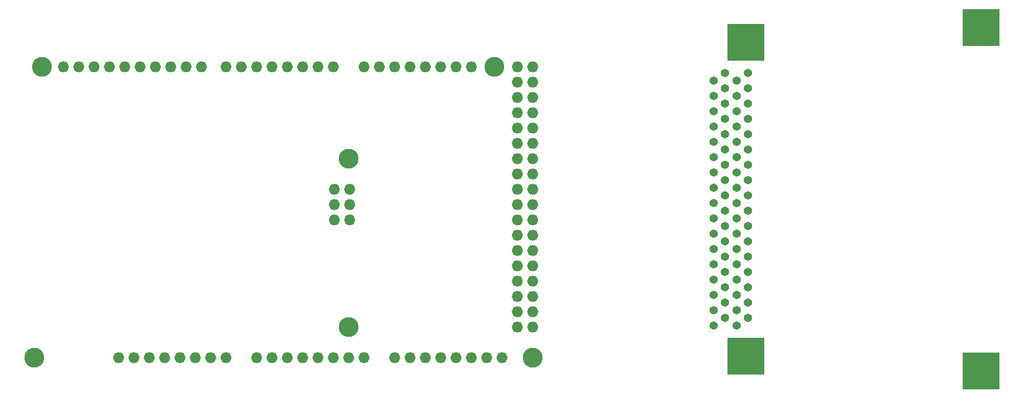
<source format=gbr>
G04 #@! TF.GenerationSoftware,KiCad,Pcbnew,5.1.6*
G04 #@! TF.CreationDate,2021-01-19T19:15:35+01:00*
G04 #@! TF.ProjectId,arduino-wirewrap,61726475-696e-46f2-9d77-697265777261,rev?*
G04 #@! TF.SameCoordinates,Original*
G04 #@! TF.FileFunction,Soldermask,Bot*
G04 #@! TF.FilePolarity,Negative*
%FSLAX46Y46*%
G04 Gerber Fmt 4.6, Leading zero omitted, Abs format (unit mm)*
G04 Created by KiCad (PCBNEW 5.1.6) date 2021-01-19 19:15:35*
%MOMM*%
%LPD*%
G01*
G04 APERTURE LIST*
%ADD10R,6.100000X6.100000*%
%ADD11C,1.370000*%
%ADD12O,1.827200X1.827200*%
%ADD13C,3.300000*%
G04 APERTURE END LIST*
D10*
X214020000Y-62500000D03*
X214020000Y-119500000D03*
X175000000Y-64965000D03*
X175000000Y-117035000D03*
D11*
X175405000Y-70045000D03*
X173500000Y-71315000D03*
X175405000Y-72585000D03*
X173500000Y-73855000D03*
X175405000Y-75125000D03*
X173500000Y-76395000D03*
X175405000Y-77665000D03*
X173500000Y-78935000D03*
X175405000Y-80205000D03*
X173500000Y-81475000D03*
X175405000Y-82745000D03*
X173500000Y-84015000D03*
X175405000Y-85285000D03*
X173500000Y-86555000D03*
X175405000Y-87825000D03*
X173500000Y-89095000D03*
X175405000Y-90365000D03*
X173500000Y-91635000D03*
X175405000Y-92905000D03*
X173500000Y-94175000D03*
X175405000Y-95445000D03*
X173500000Y-96715000D03*
X175405000Y-97985000D03*
X173500000Y-99255000D03*
X175405000Y-100525000D03*
X173500000Y-101795000D03*
X175405000Y-103065000D03*
X173500000Y-104335000D03*
X175405000Y-105605000D03*
X173500000Y-106875000D03*
X175405000Y-108145000D03*
X173500000Y-109415000D03*
X175405000Y-110685000D03*
X173500000Y-111955000D03*
X171595000Y-70045000D03*
X169690000Y-71315000D03*
X171595000Y-72585000D03*
X169690000Y-73855000D03*
X171595000Y-75125000D03*
X169690000Y-76395000D03*
X171595000Y-77665000D03*
X169690000Y-78935000D03*
X171595000Y-80205000D03*
X169690000Y-81475000D03*
X171595000Y-82745000D03*
X169690000Y-84015000D03*
X171595000Y-85285000D03*
X169690000Y-86555000D03*
X171595000Y-87825000D03*
X169690000Y-89095000D03*
X171595000Y-90365000D03*
X169690000Y-91635000D03*
X171595000Y-92905000D03*
X169690000Y-94175000D03*
X171595000Y-95445000D03*
X169690000Y-96715000D03*
X171595000Y-97985000D03*
X169690000Y-99255000D03*
X171595000Y-100525000D03*
X169690000Y-101795000D03*
X171595000Y-103065000D03*
X169690000Y-104335000D03*
X171595000Y-105605000D03*
X169690000Y-106875000D03*
X171595000Y-108145000D03*
X169690000Y-109415000D03*
X171595000Y-110685000D03*
X169690000Y-111955000D03*
D12*
X106852000Y-89330000D03*
X139745000Y-112190000D03*
X137205000Y-112190000D03*
X139745000Y-109650000D03*
X137205000Y-109650000D03*
X139745000Y-107110000D03*
X137205000Y-107110000D03*
X139745000Y-104570000D03*
X137205000Y-104570000D03*
X139745000Y-102030000D03*
X137205000Y-102030000D03*
X139745000Y-99490000D03*
X137205000Y-99490000D03*
X139745000Y-96950000D03*
X137205000Y-96950000D03*
X139745000Y-94410000D03*
X137205000Y-94410000D03*
X139745000Y-91870000D03*
X137205000Y-91870000D03*
X139745000Y-89330000D03*
X137205000Y-89330000D03*
X139745000Y-86790000D03*
X137205000Y-86790000D03*
X139745000Y-84250000D03*
X137205000Y-84250000D03*
X139745000Y-81710000D03*
X137205000Y-81710000D03*
X139745000Y-79170000D03*
X137205000Y-79170000D03*
X139745000Y-76630000D03*
X137205000Y-76630000D03*
X139745000Y-74090000D03*
X137205000Y-74090000D03*
X139745000Y-71550000D03*
X137205000Y-71550000D03*
X139745000Y-69010000D03*
X137205000Y-69010000D03*
X134665000Y-117270000D03*
X132125000Y-117270000D03*
X129585000Y-117270000D03*
X127045000Y-117270000D03*
X124505000Y-117270000D03*
X121965000Y-117270000D03*
X119425000Y-117270000D03*
X116885000Y-117270000D03*
X111805000Y-117270000D03*
X109265000Y-117270000D03*
X106725000Y-117270000D03*
X104185000Y-117270000D03*
X101645000Y-117270000D03*
X99105000Y-117270000D03*
X96565000Y-117270000D03*
X71165000Y-117270000D03*
X77261000Y-69010000D03*
X74721000Y-69010000D03*
X72181000Y-69010000D03*
X67101000Y-69010000D03*
X64561000Y-69010000D03*
X62021000Y-69010000D03*
D13*
X57195000Y-117270000D03*
X139745000Y-117270000D03*
X58465000Y-69010000D03*
X133395000Y-69010000D03*
X109265000Y-84250000D03*
X109265000Y-112190000D03*
D12*
X79801000Y-69010000D03*
X82341000Y-69010000D03*
X84881000Y-69010000D03*
X69641000Y-69010000D03*
X88945000Y-69010000D03*
X91485000Y-69010000D03*
X94025000Y-69010000D03*
X96565000Y-69010000D03*
X99105000Y-69010000D03*
X101645000Y-69010000D03*
X104185000Y-69010000D03*
X106725000Y-69010000D03*
X111805000Y-69010000D03*
X114345000Y-69010000D03*
X116885000Y-69010000D03*
X119425000Y-69010000D03*
X121965000Y-69010000D03*
X124505000Y-69010000D03*
X127045000Y-69010000D03*
X129585000Y-69010000D03*
X73705000Y-117270000D03*
X76245000Y-117270000D03*
X78785000Y-117270000D03*
X81325000Y-117270000D03*
X83865000Y-117270000D03*
X86405000Y-117270000D03*
X88945000Y-117270000D03*
X94025000Y-117270000D03*
X109392000Y-89330000D03*
X106852000Y-91870000D03*
X109392000Y-91870000D03*
X109392000Y-94410000D03*
X106852000Y-94410000D03*
M02*

</source>
